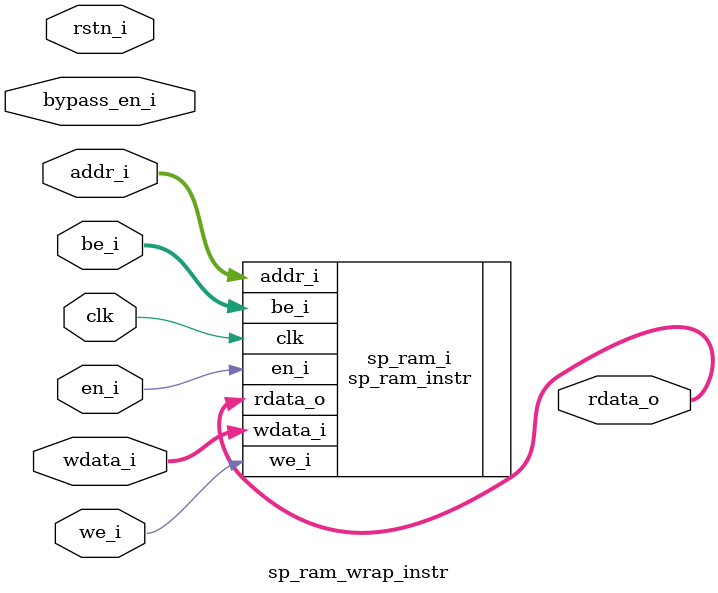
<source format=sv>

`include "config.sv"

module sp_ram_wrap_instr
  #(
    parameter RAM_SIZE   = 32768,              // in bytes
    parameter ADDR_WIDTH = $clog2(RAM_SIZE),
    parameter DATA_WIDTH = 32
  )(
    // Clock and Reset
    input  logic                    clk,
    input  logic                    rstn_i,
    input  logic                    en_i,
    input  logic [ADDR_WIDTH-1:0]   addr_i,
    input  logic [DATA_WIDTH-1:0]   wdata_i,
    output logic [DATA_WIDTH-1:0]   rdata_o,
    input  logic                    we_i,
    input  logic [DATA_WIDTH/8-1:0] be_i,
    input  logic                    bypass_en_i
  );

`ifdef PULP_FPGA_EMUL
  xilinx_mem_8192x32
  sp_ram_i
  (
    .clka   ( clk                    ),
    .rsta   ( 1'b0                   ), // reset is active high

    .ena    ( en_i                   ),
    .addra  ( addr_i[ADDR_WIDTH-1:2] ),
    .dina   ( wdata_i                ),
    .douta  ( rdata_o                ),
    .wea    ( be_i & {4{we_i}}       )
  );

  // TODO: we should kill synthesis when the ram size is larger than what we
  // have here

`elsif ASIC
   // RAM bypass logic
   logic [31:0] ram_out_int;
   // assign rdata_o = (bypass_en_i) ? wdata_i : ram_out_int;
   assign rdata_o = ram_out_int;

   sp_ram_bank
   #(
    .NUM_BANKS  ( RAM_SIZE/4096 ),
    .BANK_SIZE  ( 1024          )
   )
   sp_ram_bank_i
   (
    .clk_i   ( clk                     ),
    .rstn_i  ( rstn_i                  ),
    .en_i    ( en_i                    ),
    .addr_i  ( addr_i                  ),
    .wdata_i ( wdata_i                 ),
    .rdata_o ( ram_out_int             ),
    .we_i    ( (we_i & ~bypass_en_i)   ),
    .be_i    ( be_i                    )
   );

`else
  sp_ram_instr
  #(
    .ADDR_WIDTH ( ADDR_WIDTH ),
    .DATA_WIDTH ( DATA_WIDTH ),
    .NUM_WORDS  ( RAM_SIZE   )
  )
  sp_ram_i
  (
    .clk     ( clk       ),

    .en_i    ( en_i      ),
    .addr_i  ( addr_i    ),
    .wdata_i ( wdata_i   ),
    .rdata_o ( rdata_o   ),
    .we_i    ( we_i      ),
    .be_i    ( be_i      )
  );
`endif

endmodule

</source>
